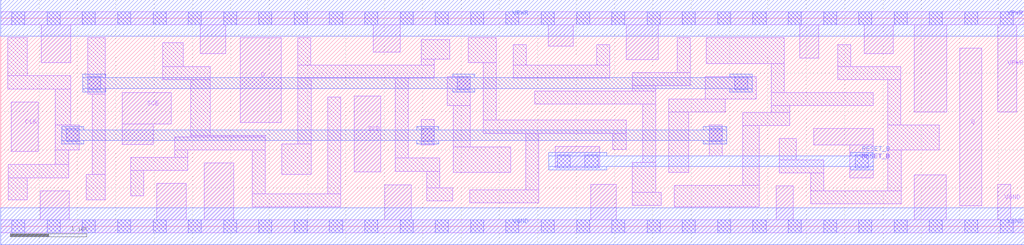
<source format=lef>
# Copyright 2020 The SkyWater PDK Authors
#
# Licensed under the Apache License, Version 2.0 (the "License");
# you may not use this file except in compliance with the License.
# You may obtain a copy of the License at
#
#     https://www.apache.org/licenses/LICENSE-2.0
#
# Unless required by applicable law or agreed to in writing, software
# distributed under the License is distributed on an "AS IS" BASIS,
# WITHOUT WARRANTIES OR CONDITIONS OF ANY KIND, either express or implied.
# See the License for the specific language governing permissions and
# limitations under the License.
#
# SPDX-License-Identifier: Apache-2.0

VERSION 5.7 ;
  NAMESCASESENSITIVE ON ;
  NOWIREEXTENSIONATPIN ON ;
  DIVIDERCHAR "/" ;
  BUSBITCHARS "[]" ;
UNITS
  DATABASE MICRONS 200 ;
END UNITS
PROPERTYDEFINITIONS
  MACRO maskLayoutSubType STRING ;
  MACRO prCellType STRING ;
  MACRO originalViewName STRING ;
END PROPERTYDEFINITIONS
MACRO sky130_fd_sc_hdll__sdfrtp_2
  CLASS CORE ;
  FOREIGN sky130_fd_sc_hdll__sdfrtp_2 ;
  ORIGIN  0.000000  0.000000 ;
  SIZE  13.34000 BY  2.720000 ;
  SYMMETRY X Y R90 ;
  SITE unithd ;
  PIN CLK
    ANTENNAGATEAREA  0.277500 ;
    DIRECTION INPUT ;
    USE SIGNAL ;
    PORT
      LAYER li1 ;
        RECT 0.140000 0.975000 0.490000 1.625000 ;
    END
  END CLK
  PIN D
    ANTENNAGATEAREA  0.160200 ;
    DIRECTION INPUT ;
    USE SIGNAL ;
    PORT
      LAYER li1 ;
        RECT 3.120000 1.355000 3.655000 2.465000 ;
    END
  END D
  PIN Q
    ANTENNADIFFAREA  0.498000 ;
    DIRECTION OUTPUT ;
    USE SIGNAL ;
    PORT
      LAYER li1 ;
        RECT 12.500000 0.265000 12.785000 2.325000 ;
    END
  END Q
  PIN RESET_B
    ANTENNAGATEAREA  0.277200 ;
    DIRECTION INPUT ;
    USE SIGNAL ;
    PORT
      LAYER li1 ;
        RECT  7.230000 0.765000  7.810000 1.045000 ;
        RECT 10.600000 1.065000 11.370000 1.275000 ;
        RECT 11.065000 0.635000 11.370000 1.065000 ;
      LAYER mcon ;
        RECT  7.255000 0.765000  7.425000 0.935000 ;
        RECT  7.615000 0.765000  7.785000 0.935000 ;
        RECT 11.140000 0.765000 11.310000 0.935000 ;
      LAYER met1 ;
        RECT  7.145000 0.735000  7.900000 0.780000 ;
        RECT  7.145000 0.780000 11.370000 0.920000 ;
        RECT  7.145000 0.920000  7.900000 0.965000 ;
        RECT 11.080000 0.735000 11.370000 0.780000 ;
        RECT 11.080000 0.920000 11.370000 0.965000 ;
    END
  END RESET_B
  PIN SCD
    ANTENNAGATEAREA  0.172800 ;
    DIRECTION INPUT ;
    USE SIGNAL ;
    PORT
      LAYER li1 ;
        RECT 4.610000 0.710000 4.955000 1.700000 ;
    END
  END SCD
  PIN SCE
    ANTENNAGATEAREA  0.467400 ;
    DIRECTION INPUT ;
    USE SIGNAL ;
    PORT
      LAYER li1 ;
        RECT 1.585000 1.070000 1.990000 1.335000 ;
        RECT 1.585000 1.335000 2.220000 1.745000 ;
    END
  END SCE
  PIN VGND
    ANTENNADIFFAREA  1.619800 ;
    DIRECTION INOUT ;
    USE SIGNAL ;
    PORT
      LAYER li1 ;
        RECT  0.000000 -0.085000 13.340000 0.085000 ;
        RECT  0.515000  0.085000  0.895000 0.465000 ;
        RECT  2.035000  0.085000  2.415000 0.560000 ;
        RECT  2.655000  0.085000  3.035000 0.825000 ;
        RECT  5.005000  0.085000  5.350000 0.540000 ;
        RECT  7.690000  0.085000  8.020000 0.545000 ;
        RECT 10.110000  0.085000 10.330000 0.525000 ;
        RECT 11.905000  0.085000 12.325000 0.670000 ;
        RECT 12.995000  0.085000 13.165000 0.545000 ;
      LAYER mcon ;
        RECT  0.145000 -0.085000  0.315000 0.085000 ;
        RECT  0.605000 -0.085000  0.775000 0.085000 ;
        RECT  1.065000 -0.085000  1.235000 0.085000 ;
        RECT  1.525000 -0.085000  1.695000 0.085000 ;
        RECT  1.985000 -0.085000  2.155000 0.085000 ;
        RECT  2.445000 -0.085000  2.615000 0.085000 ;
        RECT  2.905000 -0.085000  3.075000 0.085000 ;
        RECT  3.365000 -0.085000  3.535000 0.085000 ;
        RECT  3.825000 -0.085000  3.995000 0.085000 ;
        RECT  4.285000 -0.085000  4.455000 0.085000 ;
        RECT  4.745000 -0.085000  4.915000 0.085000 ;
        RECT  5.205000 -0.085000  5.375000 0.085000 ;
        RECT  5.665000 -0.085000  5.835000 0.085000 ;
        RECT  6.125000 -0.085000  6.295000 0.085000 ;
        RECT  6.585000 -0.085000  6.755000 0.085000 ;
        RECT  7.045000 -0.085000  7.215000 0.085000 ;
        RECT  7.505000 -0.085000  7.675000 0.085000 ;
        RECT  7.965000 -0.085000  8.135000 0.085000 ;
        RECT  8.425000 -0.085000  8.595000 0.085000 ;
        RECT  8.885000 -0.085000  9.055000 0.085000 ;
        RECT  9.345000 -0.085000  9.515000 0.085000 ;
        RECT  9.805000 -0.085000  9.975000 0.085000 ;
        RECT 10.265000 -0.085000 10.435000 0.085000 ;
        RECT 10.725000 -0.085000 10.895000 0.085000 ;
        RECT 11.185000 -0.085000 11.355000 0.085000 ;
        RECT 11.645000 -0.085000 11.815000 0.085000 ;
        RECT 12.105000 -0.085000 12.275000 0.085000 ;
        RECT 12.565000 -0.085000 12.735000 0.085000 ;
        RECT 13.025000 -0.085000 13.195000 0.085000 ;
      LAYER met1 ;
        RECT 0.000000 -0.240000 13.340000 0.240000 ;
    END
  END VGND
  PIN VPWR
    ANTENNADIFFAREA  2.059800 ;
    DIRECTION INOUT ;
    USE SIGNAL ;
    PORT
      LAYER li1 ;
        RECT  0.000000 2.635000 13.340000 2.805000 ;
        RECT  0.530000 2.135000  0.910000 2.635000 ;
        RECT  2.600000 2.255000  2.930000 2.635000 ;
        RECT  4.855000 2.275000  5.205000 2.635000 ;
        RECT  7.135000 2.355000  7.465000 2.635000 ;
        RECT  8.150000 2.175000  8.570000 2.635000 ;
        RECT 10.415000 2.195000 10.665000 2.635000 ;
        RECT 11.255000 2.255000 11.635000 2.635000 ;
        RECT 11.905000 1.495000 12.330000 2.635000 ;
        RECT 12.995000 1.495000 13.245000 2.635000 ;
      LAYER mcon ;
        RECT  0.145000 2.635000  0.315000 2.805000 ;
        RECT  0.605000 2.635000  0.775000 2.805000 ;
        RECT  1.065000 2.635000  1.235000 2.805000 ;
        RECT  1.525000 2.635000  1.695000 2.805000 ;
        RECT  1.985000 2.635000  2.155000 2.805000 ;
        RECT  2.445000 2.635000  2.615000 2.805000 ;
        RECT  2.905000 2.635000  3.075000 2.805000 ;
        RECT  3.365000 2.635000  3.535000 2.805000 ;
        RECT  3.825000 2.635000  3.995000 2.805000 ;
        RECT  4.285000 2.635000  4.455000 2.805000 ;
        RECT  4.745000 2.635000  4.915000 2.805000 ;
        RECT  5.205000 2.635000  5.375000 2.805000 ;
        RECT  5.665000 2.635000  5.835000 2.805000 ;
        RECT  6.125000 2.635000  6.295000 2.805000 ;
        RECT  6.585000 2.635000  6.755000 2.805000 ;
        RECT  7.045000 2.635000  7.215000 2.805000 ;
        RECT  7.505000 2.635000  7.675000 2.805000 ;
        RECT  7.965000 2.635000  8.135000 2.805000 ;
        RECT  8.425000 2.635000  8.595000 2.805000 ;
        RECT  8.885000 2.635000  9.055000 2.805000 ;
        RECT  9.345000 2.635000  9.515000 2.805000 ;
        RECT  9.805000 2.635000  9.975000 2.805000 ;
        RECT 10.265000 2.635000 10.435000 2.805000 ;
        RECT 10.725000 2.635000 10.895000 2.805000 ;
        RECT 11.185000 2.635000 11.355000 2.805000 ;
        RECT 11.645000 2.635000 11.815000 2.805000 ;
        RECT 12.105000 2.635000 12.275000 2.805000 ;
        RECT 12.565000 2.635000 12.735000 2.805000 ;
        RECT 13.025000 2.635000 13.195000 2.805000 ;
      LAYER met1 ;
        RECT 0.000000 2.480000 13.340000 2.960000 ;
    END
  END VPWR
  OBS
    LAYER li1 ;
      RECT  0.090000 1.795000  0.915000 1.965000 ;
      RECT  0.090000 1.965000  0.345000 2.465000 ;
      RECT  0.095000 0.345000  0.345000 0.635000 ;
      RECT  0.095000 0.635000  0.885000 0.805000 ;
      RECT  0.710000 0.805000  0.885000 0.995000 ;
      RECT  0.710000 0.995000  1.025000 1.325000 ;
      RECT  0.710000 1.325000  0.915000 1.795000 ;
      RECT  1.115000 0.345000  1.365000 0.675000 ;
      RECT  1.135000 1.730000  1.365000 2.465000 ;
      RECT  1.195000 0.675000  1.365000 1.730000 ;
      RECT  1.695000 0.395000  1.865000 0.730000 ;
      RECT  1.695000 0.730000  2.435000 0.900000 ;
      RECT  2.110000 1.915000  2.730000 2.085000 ;
      RECT  2.110000 2.085000  2.380000 2.400000 ;
      RECT  2.265000 0.900000  2.435000 0.995000 ;
      RECT  2.265000 0.995000  3.445000 1.165000 ;
      RECT  2.475000 1.165000  3.445000 1.185000 ;
      RECT  2.475000 1.185000  2.730000 1.915000 ;
      RECT  3.275000 0.255000  4.435000 0.425000 ;
      RECT  3.275000 0.425000  3.445000 0.995000 ;
      RECT  3.665000 0.675000  4.045000 1.075000 ;
      RECT  3.870000 1.075000  4.045000 1.935000 ;
      RECT  3.870000 1.935000  5.650000 2.105000 ;
      RECT  3.870000 2.105000  4.040000 2.465000 ;
      RECT  4.265000 0.425000  4.435000 1.685000 ;
      RECT  5.140000 0.715000  5.720000 0.895000 ;
      RECT  5.140000 0.895000  5.310000 1.935000 ;
      RECT  5.480000 1.065000  5.650000 1.395000 ;
      RECT  5.480000 2.105000  5.650000 2.185000 ;
      RECT  5.480000 2.185000  5.850000 2.435000 ;
      RECT  5.550000 0.335000  5.890000 0.505000 ;
      RECT  5.550000 0.505000  5.720000 0.715000 ;
      RECT  5.820000 1.575000  6.120000 1.955000 ;
      RECT  5.900000 0.705000  6.650000 1.035000 ;
      RECT  5.900000 1.035000  6.120000 1.575000 ;
      RECT  6.095000 2.135000  6.460000 2.465000 ;
      RECT  6.110000 0.305000  7.010000 0.475000 ;
      RECT  6.290000 1.215000  8.150000 1.385000 ;
      RECT  6.290000 1.385000  6.460000 2.135000 ;
      RECT  6.680000 1.935000  7.940000 2.105000 ;
      RECT  6.680000 2.105000  6.850000 2.375000 ;
      RECT  6.840000 0.475000  7.010000 1.215000 ;
      RECT  6.960000 1.595000  8.540000 1.765000 ;
      RECT  7.770000 2.105000  7.940000 2.375000 ;
      RECT  7.980000 1.005000  8.150000 1.215000 ;
      RECT  8.230000 0.275000  8.610000 0.445000 ;
      RECT  8.230000 0.445000  8.540000 0.835000 ;
      RECT  8.230000 1.765000  8.540000 1.835000 ;
      RECT  8.230000 1.835000  8.985000 2.005000 ;
      RECT  8.370000 0.835000  8.540000 1.595000 ;
      RECT  8.710000 0.705000  8.970000 1.495000 ;
      RECT  8.710000 1.495000  9.445000 1.660000 ;
      RECT  8.710000 1.660000  9.845000 1.665000 ;
      RECT  8.780000 0.255000  9.890000 0.535000 ;
      RECT  8.815000 2.005000  8.985000 2.465000 ;
      RECT  9.185000 1.665000  9.845000 1.955000 ;
      RECT  9.195000 2.125000 10.215000 2.465000 ;
      RECT  9.235000 0.920000  9.405000 1.325000 ;
      RECT  9.670000 0.535000  9.890000 1.315000 ;
      RECT  9.670000 1.315000 10.285000 1.485000 ;
      RECT 10.040000 1.485000 10.285000 1.575000 ;
      RECT 10.040000 1.575000 11.370000 1.745000 ;
      RECT 10.040000 1.745000 10.215000 2.125000 ;
      RECT 10.150000 0.695000 10.730000 0.865000 ;
      RECT 10.150000 0.865000 10.370000 1.145000 ;
      RECT 10.560000 0.295000 11.735000 0.465000 ;
      RECT 10.560000 0.465000 10.730000 0.695000 ;
      RECT 10.910000 1.915000 11.730000 2.085000 ;
      RECT 10.910000 2.085000 11.080000 2.375000 ;
      RECT 11.560000 0.465000 11.735000 0.995000 ;
      RECT 11.560000 0.995000 12.235000 1.325000 ;
      RECT 11.560000 1.325000 11.730000 1.915000 ;
    LAYER mcon ;
      RECT 0.855000 1.105000 1.025000 1.275000 ;
      RECT 1.135000 1.785000 1.305000 1.955000 ;
      RECT 5.480000 1.105000 5.650000 1.275000 ;
      RECT 5.950000 1.785000 6.120000 1.955000 ;
      RECT 9.235000 1.105000 9.405000 1.275000 ;
      RECT 9.565000 1.785000 9.735000 1.955000 ;
    LAYER met1 ;
      RECT 0.795000 1.075000 1.085000 1.120000 ;
      RECT 0.795000 1.120000 9.465000 1.260000 ;
      RECT 0.795000 1.260000 1.085000 1.305000 ;
      RECT 1.070000 1.755000 1.370000 1.800000 ;
      RECT 1.070000 1.800000 9.795000 1.940000 ;
      RECT 1.070000 1.940000 1.370000 1.985000 ;
      RECT 5.420000 1.075000 5.710000 1.120000 ;
      RECT 5.420000 1.260000 5.710000 1.305000 ;
      RECT 5.890000 1.755000 6.180000 1.800000 ;
      RECT 5.890000 1.940000 6.180000 1.985000 ;
      RECT 9.155000 1.075000 9.465000 1.120000 ;
      RECT 9.155000 1.260000 9.465000 1.305000 ;
      RECT 9.500000 1.755000 9.795000 1.800000 ;
      RECT 9.500000 1.940000 9.795000 1.985000 ;
  END
  PROPERTY maskLayoutSubType "abstract" ;
  PROPERTY prCellType "standard" ;
  PROPERTY originalViewName "layout" ;
END sky130_fd_sc_hdll__sdfrtp_2

</source>
